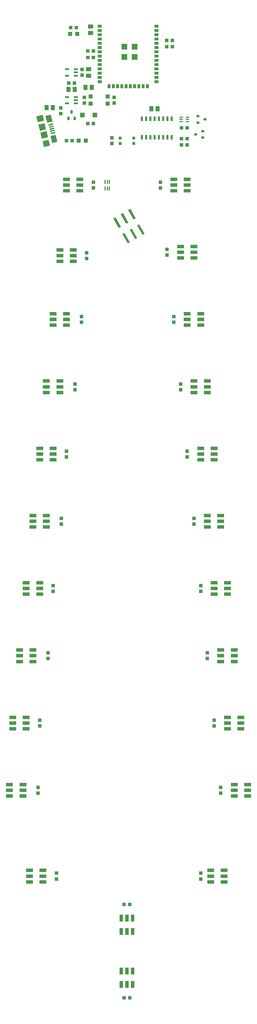
<source format=gbr>
G04 EAGLE Gerber RS-274X export*
G75*
%MOMM*%
%FSLAX34Y34*%
%LPD*%
%INSolderpaste Top*%
%IPPOS*%
%AMOC8*
5,1,8,0,0,1.08239X$1,22.5*%
G01*
%ADD10R,1.000000X1.100000*%
%ADD11R,2.000000X1.100000*%
%ADD12R,1.100000X2.000000*%
%ADD13R,1.100000X1.000000*%
%ADD14R,1.500000X1.240000*%
%ADD15R,1.075000X1.000000*%
%ADD16R,1.240000X1.500000*%
%ADD17R,1.200000X0.550000*%
%ADD18R,1.400000X1.400000*%
%ADD19R,1.200000X1.200000*%
%ADD20R,1.000000X1.075000*%
%ADD21R,0.900000X0.900000*%
%ADD22R,0.900000X0.800000*%
%ADD23R,1.200000X0.900000*%
%ADD24R,0.900000X1.200000*%
%ADD25R,1.778000X1.778000*%
%ADD26R,0.635000X1.016000*%
%ADD27R,0.400000X1.350000*%
%ADD28R,2.100000X1.600000*%
%ADD29R,1.900000X1.900000*%
%ADD30R,1.800000X1.900000*%
%ADD31C,0.155000*%
%ADD32C,0.195000*%
%ADD33R,0.736600X3.251200*%
%ADD34R,0.355600X1.168400*%


D10*
X260000Y-2091500D03*
X260000Y-2108500D03*
X-260000Y-2091500D03*
X-260000Y-2108500D03*
X240000Y-1891500D03*
X240000Y-1908500D03*
X-235000Y-1891500D03*
X-235000Y-1908500D03*
X220000Y-1691500D03*
X220000Y-1708500D03*
X-220000Y-1691500D03*
X-220000Y-1708500D03*
X200000Y-1491500D03*
X200000Y-1508500D03*
X-155000Y-1091500D03*
X-155000Y-1108500D03*
X-195000Y-1491500D03*
X-195000Y-1508500D03*
X180000Y-1291500D03*
X180000Y-1308500D03*
X-180000Y-1291500D03*
X-180000Y-1308500D03*
X160000Y-1091500D03*
X160000Y-1108500D03*
X140000Y-891500D03*
X140000Y-908500D03*
X-135000Y-891500D03*
X-135000Y-908500D03*
X120000Y-691500D03*
X120000Y-708500D03*
X-120000Y-701500D03*
X-120000Y-718500D03*
X100000Y-491500D03*
X100000Y-508500D03*
X-100000Y-491500D03*
X-100000Y-508500D03*
D11*
X-180000Y-483000D03*
X-180000Y-500000D03*
X-180000Y-517000D03*
X-140000Y-517000D03*
X-140000Y-500000D03*
X-140000Y-483000D03*
X220000Y-1283000D03*
X220000Y-1300000D03*
X220000Y-1317000D03*
X260000Y-1317000D03*
X260000Y-1300000D03*
X260000Y-1283000D03*
X-280000Y-1483000D03*
X-280000Y-1500000D03*
X-280000Y-1517000D03*
X-240000Y-1517000D03*
X-240000Y-1500000D03*
X-240000Y-1483000D03*
X240000Y-1483000D03*
X240000Y-1500000D03*
X240000Y-1517000D03*
X280000Y-1517000D03*
X280000Y-1500000D03*
X280000Y-1483000D03*
X-300000Y-1683000D03*
X-300000Y-1700000D03*
X-300000Y-1717000D03*
X-260000Y-1717000D03*
X-260000Y-1700000D03*
X-260000Y-1683000D03*
X260000Y-1683000D03*
X260000Y-1700000D03*
X260000Y-1717000D03*
X300000Y-1717000D03*
X300000Y-1700000D03*
X300000Y-1683000D03*
X-320000Y-1883000D03*
X-320000Y-1900000D03*
X-320000Y-1917000D03*
X-280000Y-1917000D03*
X-280000Y-1900000D03*
X-280000Y-1883000D03*
X280000Y-1883000D03*
X280000Y-1900000D03*
X280000Y-1917000D03*
X320000Y-1917000D03*
X320000Y-1900000D03*
X320000Y-1883000D03*
X-340000Y-2083000D03*
X-340000Y-2100000D03*
X-340000Y-2117000D03*
X-300000Y-2117000D03*
X-300000Y-2100000D03*
X-300000Y-2083000D03*
X300000Y-2083000D03*
X300000Y-2100000D03*
X300000Y-2117000D03*
X340000Y-2117000D03*
X340000Y-2100000D03*
X340000Y-2083000D03*
X-350000Y-2283000D03*
X-350000Y-2300000D03*
X-350000Y-2317000D03*
X-310000Y-2317000D03*
X-310000Y-2300000D03*
X-310000Y-2283000D03*
X140000Y-483000D03*
X140000Y-500000D03*
X140000Y-517000D03*
X180000Y-517000D03*
X180000Y-500000D03*
X180000Y-483000D03*
X320000Y-2283000D03*
X320000Y-2300000D03*
X320000Y-2317000D03*
X360000Y-2317000D03*
X360000Y-2300000D03*
X360000Y-2283000D03*
X-290000Y-2538400D03*
X-290000Y-2555400D03*
X-290000Y-2572400D03*
X-250000Y-2572400D03*
X-250000Y-2555400D03*
X-250000Y-2538400D03*
X250000Y-2538400D03*
X250000Y-2555400D03*
X250000Y-2572400D03*
X290000Y-2572400D03*
X290000Y-2555400D03*
X290000Y-2538400D03*
D12*
X-17000Y-2720000D03*
X0Y-2720000D03*
X17000Y-2720000D03*
X17000Y-2680000D03*
X0Y-2680000D03*
X-17000Y-2680000D03*
X-17000Y-2877700D03*
X0Y-2877700D03*
X17000Y-2877700D03*
X17000Y-2837700D03*
X0Y-2837700D03*
X-17000Y-2837700D03*
D11*
X-200000Y-693000D03*
X-200000Y-710000D03*
X-200000Y-727000D03*
X-160000Y-727000D03*
X-160000Y-710000D03*
X-160000Y-693000D03*
X160000Y-683000D03*
X160000Y-700000D03*
X160000Y-717000D03*
X200000Y-717000D03*
X200000Y-700000D03*
X200000Y-683000D03*
X-220000Y-883000D03*
X-220000Y-900000D03*
X-220000Y-917000D03*
X-180000Y-917000D03*
X-180000Y-900000D03*
X-180000Y-883000D03*
X180000Y-883000D03*
X180000Y-900000D03*
X180000Y-917000D03*
X220000Y-917000D03*
X220000Y-900000D03*
X220000Y-883000D03*
X-240000Y-1083000D03*
X-240000Y-1100000D03*
X-240000Y-1117000D03*
X-200000Y-1117000D03*
X-200000Y-1100000D03*
X-200000Y-1083000D03*
X200000Y-1083000D03*
X200000Y-1100000D03*
X200000Y-1117000D03*
X240000Y-1117000D03*
X240000Y-1100000D03*
X240000Y-1083000D03*
X-260000Y-1283000D03*
X-260000Y-1300000D03*
X-260000Y-1317000D03*
X-220000Y-1317000D03*
X-220000Y-1300000D03*
X-220000Y-1283000D03*
D10*
X-265000Y-2291500D03*
X-265000Y-2308500D03*
X280000Y-2291500D03*
X280000Y-2308500D03*
X-210000Y-2546900D03*
X-210000Y-2563900D03*
X220000Y-2546900D03*
X220000Y-2563900D03*
D13*
X-8500Y-2640000D03*
X8500Y-2640000D03*
X-8500Y-2917700D03*
X8500Y-2917700D03*
D14*
X-114300Y-174600D03*
X-114300Y-155600D03*
D15*
X-173600Y-196850D03*
X-156600Y-196850D03*
D16*
X-104800Y-209550D03*
X-123800Y-209550D03*
D17*
X-152099Y-174600D03*
X-152099Y-165100D03*
X-152099Y-155600D03*
X-178101Y-155600D03*
X-178101Y-174600D03*
D18*
X-132800Y-292100D03*
X-95800Y-292100D03*
D17*
X-152099Y-257150D03*
X-152099Y-247650D03*
X-152099Y-238150D03*
X-178101Y-238150D03*
X-178101Y-257150D03*
D19*
X-107950Y-237150D03*
X-107950Y-258150D03*
D20*
X-127000Y-239150D03*
X-127000Y-256150D03*
D16*
X-174600Y-215900D03*
X-155600Y-215900D03*
D21*
X-20500Y-376300D03*
X-20500Y-360300D03*
X20500Y-360300D03*
X20500Y-376300D03*
D19*
X-57150Y-237150D03*
X-57150Y-258150D03*
D20*
X-38100Y-239150D03*
X-38100Y-256150D03*
D16*
X92050Y-273050D03*
X73050Y-273050D03*
D22*
X204900Y-349250D03*
X225900Y-339750D03*
X225900Y-358750D03*
X233250Y-304800D03*
X212250Y-314300D03*
X212250Y-295300D03*
D20*
X-133350Y-156600D03*
X-133350Y-173600D03*
D14*
X-107950Y-47600D03*
X-107950Y-28600D03*
D23*
X-81380Y-27570D03*
X-81380Y-40270D03*
X-81380Y-52970D03*
X-81380Y-65670D03*
X-81380Y-78370D03*
X-81380Y-91070D03*
X-81380Y-103770D03*
X-81380Y-116470D03*
X-81380Y-129170D03*
X-81380Y-141870D03*
X-81380Y-154570D03*
X-81380Y-167270D03*
X-81380Y-179970D03*
X-81380Y-192670D03*
D24*
X-53380Y-206570D03*
X-40680Y-206570D03*
X-27980Y-206570D03*
X-15280Y-206570D03*
X-2580Y-206570D03*
X10120Y-206570D03*
X22820Y-206570D03*
X35520Y-206570D03*
X48220Y-206570D03*
X60920Y-206570D03*
D23*
X88620Y-192670D03*
X88620Y-179970D03*
X88620Y-167270D03*
X88620Y-154570D03*
X88620Y-141870D03*
X88620Y-129170D03*
X88620Y-116470D03*
X88620Y-103770D03*
X88620Y-91070D03*
X88620Y-78370D03*
X88620Y-65670D03*
X88620Y-52970D03*
X88620Y-40270D03*
X88620Y-27570D03*
D25*
X-7810Y-89000D03*
X22670Y-89000D03*
X22670Y-119480D03*
X-7810Y-119480D03*
D26*
X-165100Y-282100D03*
X-155600Y-302100D03*
X-174600Y-302100D03*
D15*
X-99450Y-317500D03*
X-116450Y-317500D03*
X-99450Y-101600D03*
X-116450Y-101600D03*
X-116450Y-120650D03*
X-99450Y-120650D03*
D20*
X-44450Y-359800D03*
X-44450Y-376800D03*
X-196850Y-287900D03*
X-196850Y-270900D03*
D27*
G36*
X-229585Y-336313D02*
X-230553Y-332433D01*
X-217455Y-329167D01*
X-216487Y-333047D01*
X-229585Y-336313D01*
G37*
G36*
X-231157Y-330006D02*
X-232125Y-326126D01*
X-219027Y-322860D01*
X-218059Y-326740D01*
X-231157Y-330006D01*
G37*
G36*
X-228013Y-342620D02*
X-228981Y-338740D01*
X-215883Y-335474D01*
X-214915Y-339354D01*
X-228013Y-342620D01*
G37*
G36*
X-232730Y-323699D02*
X-233698Y-319819D01*
X-220600Y-316553D01*
X-219632Y-320433D01*
X-232730Y-323699D01*
G37*
G36*
X-226440Y-348927D02*
X-227408Y-345047D01*
X-214310Y-341781D01*
X-213342Y-345661D01*
X-226440Y-348927D01*
G37*
D28*
G36*
X-237454Y-315086D02*
X-242534Y-294711D01*
X-227010Y-290840D01*
X-221930Y-311215D01*
X-237454Y-315086D01*
G37*
G36*
X-222455Y-375245D02*
X-227535Y-354870D01*
X-212011Y-350999D01*
X-206931Y-371374D01*
X-222455Y-375245D01*
G37*
D29*
G36*
X-259297Y-339084D02*
X-263894Y-320649D01*
X-245459Y-316052D01*
X-240862Y-334487D01*
X-259297Y-339084D01*
G37*
G36*
X-253491Y-362371D02*
X-258088Y-343936D01*
X-239653Y-339339D01*
X-235056Y-357774D01*
X-253491Y-362371D01*
G37*
D30*
G36*
X-265708Y-313370D02*
X-270063Y-295906D01*
X-251628Y-291310D01*
X-247273Y-308774D01*
X-265708Y-313370D01*
G37*
G36*
X-247322Y-387113D02*
X-251677Y-369649D01*
X-233242Y-365053D01*
X-228887Y-382517D01*
X-247322Y-387113D01*
G37*
D15*
X179950Y-330200D03*
X162950Y-330200D03*
X162950Y-361950D03*
X179950Y-361950D03*
X162950Y-381000D03*
X179950Y-381000D03*
D31*
X131025Y-308475D02*
X131025Y-296925D01*
X135675Y-296925D01*
X135675Y-308475D01*
X131025Y-308475D01*
X131025Y-307003D02*
X135675Y-307003D01*
X135675Y-305531D02*
X131025Y-305531D01*
X131025Y-304059D02*
X135675Y-304059D01*
X135675Y-302587D02*
X131025Y-302587D01*
X131025Y-301115D02*
X135675Y-301115D01*
X135675Y-299643D02*
X131025Y-299643D01*
X131025Y-298171D02*
X135675Y-298171D01*
X118325Y-296925D02*
X118325Y-308475D01*
X118325Y-296925D02*
X122975Y-296925D01*
X122975Y-308475D01*
X118325Y-308475D01*
X118325Y-307003D02*
X122975Y-307003D01*
X122975Y-305531D02*
X118325Y-305531D01*
X118325Y-304059D02*
X122975Y-304059D01*
X122975Y-302587D02*
X118325Y-302587D01*
X118325Y-301115D02*
X122975Y-301115D01*
X122975Y-299643D02*
X118325Y-299643D01*
X118325Y-298171D02*
X122975Y-298171D01*
X105625Y-296925D02*
X105625Y-308475D01*
X105625Y-296925D02*
X110275Y-296925D01*
X110275Y-308475D01*
X105625Y-308475D01*
X105625Y-307003D02*
X110275Y-307003D01*
X110275Y-305531D02*
X105625Y-305531D01*
X105625Y-304059D02*
X110275Y-304059D01*
X110275Y-302587D02*
X105625Y-302587D01*
X105625Y-301115D02*
X110275Y-301115D01*
X110275Y-299643D02*
X105625Y-299643D01*
X105625Y-298171D02*
X110275Y-298171D01*
X92925Y-296925D02*
X92925Y-308475D01*
X92925Y-296925D02*
X97575Y-296925D01*
X97575Y-308475D01*
X92925Y-308475D01*
X92925Y-307003D02*
X97575Y-307003D01*
X97575Y-305531D02*
X92925Y-305531D01*
X92925Y-304059D02*
X97575Y-304059D01*
X97575Y-302587D02*
X92925Y-302587D01*
X92925Y-301115D02*
X97575Y-301115D01*
X97575Y-299643D02*
X92925Y-299643D01*
X92925Y-298171D02*
X97575Y-298171D01*
X80225Y-296925D02*
X80225Y-308475D01*
X80225Y-296925D02*
X84875Y-296925D01*
X84875Y-308475D01*
X80225Y-308475D01*
X80225Y-307003D02*
X84875Y-307003D01*
X84875Y-305531D02*
X80225Y-305531D01*
X80225Y-304059D02*
X84875Y-304059D01*
X84875Y-302587D02*
X80225Y-302587D01*
X80225Y-301115D02*
X84875Y-301115D01*
X84875Y-299643D02*
X80225Y-299643D01*
X80225Y-298171D02*
X84875Y-298171D01*
X67525Y-296925D02*
X67525Y-308475D01*
X67525Y-296925D02*
X72175Y-296925D01*
X72175Y-308475D01*
X67525Y-308475D01*
X67525Y-307003D02*
X72175Y-307003D01*
X72175Y-305531D02*
X67525Y-305531D01*
X67525Y-304059D02*
X72175Y-304059D01*
X72175Y-302587D02*
X67525Y-302587D01*
X67525Y-301115D02*
X72175Y-301115D01*
X72175Y-299643D02*
X67525Y-299643D01*
X67525Y-298171D02*
X72175Y-298171D01*
X54825Y-296925D02*
X54825Y-308475D01*
X54825Y-296925D02*
X59475Y-296925D01*
X59475Y-308475D01*
X54825Y-308475D01*
X54825Y-307003D02*
X59475Y-307003D01*
X59475Y-305531D02*
X54825Y-305531D01*
X54825Y-304059D02*
X59475Y-304059D01*
X59475Y-302587D02*
X54825Y-302587D01*
X54825Y-301115D02*
X59475Y-301115D01*
X59475Y-299643D02*
X54825Y-299643D01*
X54825Y-298171D02*
X59475Y-298171D01*
X42125Y-296925D02*
X42125Y-308475D01*
X42125Y-296925D02*
X46775Y-296925D01*
X46775Y-308475D01*
X42125Y-308475D01*
X42125Y-307003D02*
X46775Y-307003D01*
X46775Y-305531D02*
X42125Y-305531D01*
X42125Y-304059D02*
X46775Y-304059D01*
X46775Y-302587D02*
X42125Y-302587D01*
X42125Y-301115D02*
X46775Y-301115D01*
X46775Y-299643D02*
X42125Y-299643D01*
X42125Y-298171D02*
X46775Y-298171D01*
X42125Y-351925D02*
X42125Y-363475D01*
X42125Y-351925D02*
X46775Y-351925D01*
X46775Y-363475D01*
X42125Y-363475D01*
X42125Y-362003D02*
X46775Y-362003D01*
X46775Y-360531D02*
X42125Y-360531D01*
X42125Y-359059D02*
X46775Y-359059D01*
X46775Y-357587D02*
X42125Y-357587D01*
X42125Y-356115D02*
X46775Y-356115D01*
X46775Y-354643D02*
X42125Y-354643D01*
X42125Y-353171D02*
X46775Y-353171D01*
X54825Y-351925D02*
X54825Y-363475D01*
X54825Y-351925D02*
X59475Y-351925D01*
X59475Y-363475D01*
X54825Y-363475D01*
X54825Y-362003D02*
X59475Y-362003D01*
X59475Y-360531D02*
X54825Y-360531D01*
X54825Y-359059D02*
X59475Y-359059D01*
X59475Y-357587D02*
X54825Y-357587D01*
X54825Y-356115D02*
X59475Y-356115D01*
X59475Y-354643D02*
X54825Y-354643D01*
X54825Y-353171D02*
X59475Y-353171D01*
X67525Y-351925D02*
X67525Y-363475D01*
X67525Y-351925D02*
X72175Y-351925D01*
X72175Y-363475D01*
X67525Y-363475D01*
X67525Y-362003D02*
X72175Y-362003D01*
X72175Y-360531D02*
X67525Y-360531D01*
X67525Y-359059D02*
X72175Y-359059D01*
X72175Y-357587D02*
X67525Y-357587D01*
X67525Y-356115D02*
X72175Y-356115D01*
X72175Y-354643D02*
X67525Y-354643D01*
X67525Y-353171D02*
X72175Y-353171D01*
X80225Y-351925D02*
X80225Y-363475D01*
X80225Y-351925D02*
X84875Y-351925D01*
X84875Y-363475D01*
X80225Y-363475D01*
X80225Y-362003D02*
X84875Y-362003D01*
X84875Y-360531D02*
X80225Y-360531D01*
X80225Y-359059D02*
X84875Y-359059D01*
X84875Y-357587D02*
X80225Y-357587D01*
X80225Y-356115D02*
X84875Y-356115D01*
X84875Y-354643D02*
X80225Y-354643D01*
X80225Y-353171D02*
X84875Y-353171D01*
X92925Y-351925D02*
X92925Y-363475D01*
X92925Y-351925D02*
X97575Y-351925D01*
X97575Y-363475D01*
X92925Y-363475D01*
X92925Y-362003D02*
X97575Y-362003D01*
X97575Y-360531D02*
X92925Y-360531D01*
X92925Y-359059D02*
X97575Y-359059D01*
X97575Y-357587D02*
X92925Y-357587D01*
X92925Y-356115D02*
X97575Y-356115D01*
X97575Y-354643D02*
X92925Y-354643D01*
X92925Y-353171D02*
X97575Y-353171D01*
X105625Y-351925D02*
X105625Y-363475D01*
X105625Y-351925D02*
X110275Y-351925D01*
X110275Y-363475D01*
X105625Y-363475D01*
X105625Y-362003D02*
X110275Y-362003D01*
X110275Y-360531D02*
X105625Y-360531D01*
X105625Y-359059D02*
X110275Y-359059D01*
X110275Y-357587D02*
X105625Y-357587D01*
X105625Y-356115D02*
X110275Y-356115D01*
X110275Y-354643D02*
X105625Y-354643D01*
X105625Y-353171D02*
X110275Y-353171D01*
X118325Y-351925D02*
X118325Y-363475D01*
X118325Y-351925D02*
X122975Y-351925D01*
X122975Y-363475D01*
X118325Y-363475D01*
X118325Y-362003D02*
X122975Y-362003D01*
X122975Y-360531D02*
X118325Y-360531D01*
X118325Y-359059D02*
X122975Y-359059D01*
X122975Y-357587D02*
X118325Y-357587D01*
X118325Y-356115D02*
X122975Y-356115D01*
X122975Y-354643D02*
X118325Y-354643D01*
X118325Y-353171D02*
X122975Y-353171D01*
X131025Y-351925D02*
X131025Y-363475D01*
X131025Y-351925D02*
X135675Y-351925D01*
X135675Y-363475D01*
X131025Y-363475D01*
X131025Y-362003D02*
X135675Y-362003D01*
X135675Y-360531D02*
X131025Y-360531D01*
X131025Y-359059D02*
X135675Y-359059D01*
X135675Y-357587D02*
X131025Y-357587D01*
X131025Y-356115D02*
X135675Y-356115D01*
X135675Y-354643D02*
X131025Y-354643D01*
X131025Y-353171D02*
X135675Y-353171D01*
D15*
X118500Y-88900D03*
X135500Y-88900D03*
X118500Y-69850D03*
X135500Y-69850D03*
D32*
X176475Y-310325D02*
X185125Y-310325D01*
X185125Y-312275D01*
X176475Y-312275D01*
X176475Y-310325D01*
X176475Y-310423D02*
X185125Y-310423D01*
X185125Y-303825D02*
X176475Y-303825D01*
X185125Y-303825D02*
X185125Y-305775D01*
X176475Y-305775D01*
X176475Y-303825D01*
X176475Y-303923D02*
X185125Y-303923D01*
X185125Y-297325D02*
X176475Y-297325D01*
X185125Y-297325D02*
X185125Y-299275D01*
X176475Y-299275D01*
X176475Y-297325D01*
X176475Y-297423D02*
X185125Y-297423D01*
X166425Y-297325D02*
X157775Y-297325D01*
X166425Y-297325D02*
X166425Y-299275D01*
X157775Y-299275D01*
X157775Y-297325D01*
X157775Y-297423D02*
X166425Y-297423D01*
X166425Y-303825D02*
X157775Y-303825D01*
X166425Y-303825D02*
X166425Y-305775D01*
X157775Y-305775D01*
X157775Y-303825D01*
X157775Y-303923D02*
X166425Y-303923D01*
X166425Y-310325D02*
X157775Y-310325D01*
X166425Y-310325D02*
X166425Y-312275D01*
X157775Y-312275D01*
X157775Y-310325D01*
X157775Y-310423D02*
X166425Y-310423D01*
D33*
G36*
X-40299Y-599667D02*
X-33920Y-595984D01*
X-17665Y-624139D01*
X-24044Y-627822D01*
X-40299Y-599667D01*
G37*
G36*
X-13629Y-645861D02*
X-7250Y-642178D01*
X9005Y-670333D01*
X2626Y-674016D01*
X-13629Y-645861D01*
G37*
G36*
X-18302Y-586967D02*
X-11923Y-583284D01*
X4332Y-611439D01*
X-2047Y-615122D01*
X-18302Y-586967D01*
G37*
G36*
X8368Y-633161D02*
X14747Y-629478D01*
X31002Y-657633D01*
X24623Y-661316D01*
X8368Y-633161D01*
G37*
G36*
X3695Y-574267D02*
X10074Y-570584D01*
X26329Y-598739D01*
X19950Y-602422D01*
X3695Y-574267D01*
G37*
G36*
X30365Y-620461D02*
X36744Y-616778D01*
X52999Y-644933D01*
X46620Y-648616D01*
X30365Y-620461D01*
G37*
D16*
X-220500Y-270000D03*
X-239500Y-270000D03*
D34*
X-51920Y-490601D03*
X-58420Y-490601D03*
X-64920Y-490601D03*
X-64920Y-510159D03*
X-58420Y-510159D03*
X-51920Y-510159D03*
D19*
X-143850Y-368300D03*
X-122850Y-368300D03*
D15*
X-162950Y-368300D03*
X-179950Y-368300D03*
D19*
X-169250Y-50800D03*
X-148250Y-50800D03*
D15*
X-167250Y-31750D03*
X-150250Y-31750D03*
M02*

</source>
